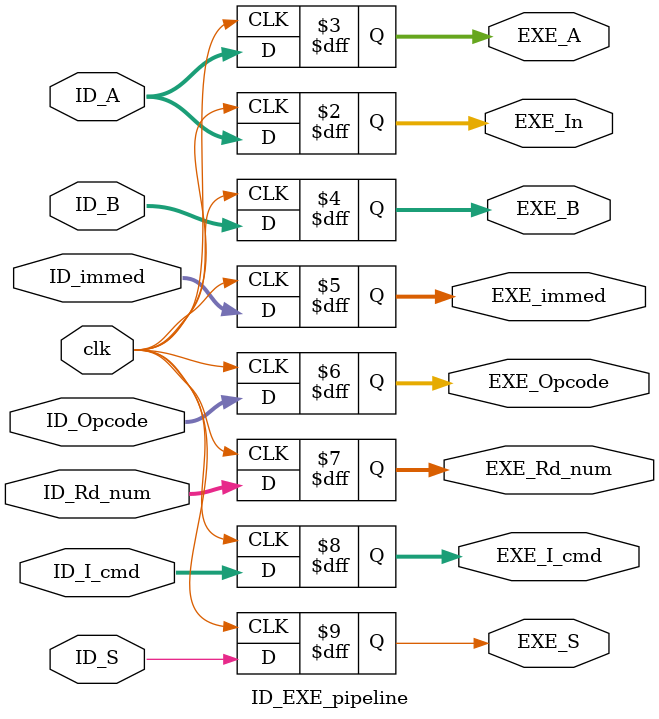
<source format=v>
module ID_EXE_pipeline(output reg [31:0] EXE_In, EXE_A, EXE_B, output reg [11:0] EXE_immed, output reg [4:0] EXE_Opcode, output reg [3:0] EXE_Rd_num, output reg [2:0] EXE_I_cmd, output reg EXE_S, 
input [31:0] ID_A, ID_B, input [11:0] ID_immed, input [4:0] ID_Opcode, input [3:0] ID_Rd_num, input [2:0] ID_I_cmd, input ID_S, clk);
    always @ (posedge clk)
    begin
        EXE_In <= ID_A;
        EXE_A <= ID_A;
        EXE_B <= ID_B;
        EXE_immed <= ID_immed;
        EXE_Opcode <= ID_Opcode;
        EXE_Rd_num <= ID_Rd_num;
        EXE_I_cmd <= ID_I_cmd;
        EXE_S <= ID_S;
    end
endmodule 
</source>
